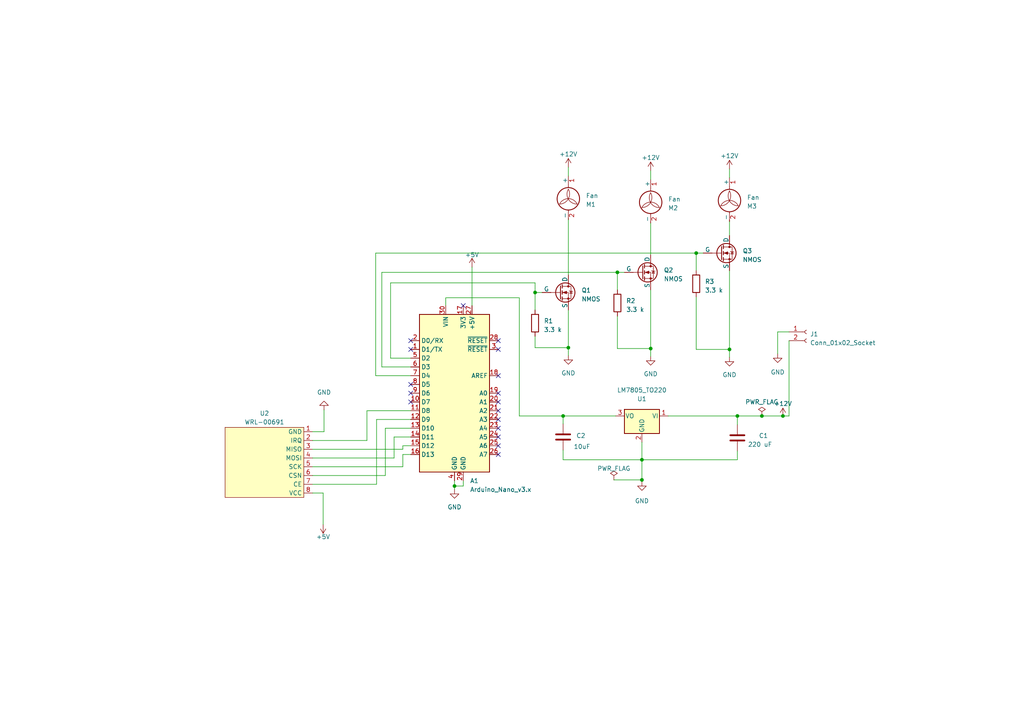
<source format=kicad_sch>
(kicad_sch (version 20230121) (generator eeschema)
  (paper "A4")
  (title_block (title "Caress Module PCB") (date "2023-07-19") (rev "2") (company "NeuroSense") (comment 1 "NeuroTechs Research Group") (comment 2 "Designed by Luke Cepza"))
  (lib_symbols
    (symbol "Connector:Conn_01x02_Socket" (pin_names (offset 1.016) hide)
      (property "Reference" "J" (at 0 2.54 0))
      (property "Value" "Conn_01x02_Socket" (at 0 -5.08 0))
      (symbol "Conn_01x02_Socket_1_1"
        (arc (start 0 -2.032) (mid -0.5058 -2.54) (end 0 -3.048) (stroke (width 0.1524)))
        (polyline (pts (xy -1.27 -2.54) (xy -0.508 -2.54)) (stroke (width 0.1524)))
        (polyline (pts (xy -1.27 0) (xy -0.508 0)) (stroke (width 0.1524)))
        (arc (start 0 0.508) (mid -0.5058 0) (end 0 -0.508) (stroke (width 0.1524)))
        (pin passive line (at -5.08 0 0) (length 3.81) (name "Pin_1") (number "1"))
        (pin passive line (at -5.08 -2.54 0) (length 3.81) (name "Pin_2") (number "2"))
      )
    )
    (symbol "Device:C" (pin_numbers hide) (pin_names (offset 0.254))
      (property "Reference" "C" (at 0.635 2.54 0))
      (property "Value" "C" (at 0.635 -2.54 0))
      (symbol "C_0_1"
        (polyline (pts (xy -2.032 -0.762) (xy 2.032 -0.762)) (stroke (width 0.508)))
        (polyline (pts (xy -2.032 0.762) (xy 2.032 0.762)) (stroke (width 0.508)))
      )
      (symbol "C_1_1"
        (pin passive line (at 0 3.81 270) (length 2.794) (name "~") (number "1"))
        (pin passive line (at 0 -3.81 90) (length 2.794) (name "~") (number "2"))
      )
    )
    (symbol "Device:R" (pin_numbers hide) (pin_names (offset 0))
      (property "Reference" "R" (at 2.032 0 90))
      (property "Value" "R" (at 0 0 90))
      (symbol "R_0_1"
        (rectangle (start -1.016 -2.54) (end 1.016 2.54) (stroke (width 0.254)))
      )
      (symbol "R_1_1"
        (pin passive line (at 0 3.81 270) (length 1.27) (name "~") (number "1"))
        (pin passive line (at 0 -3.81 90) (length 1.27) (name "~") (number "2"))
      )
    )
    (symbol "MCU_Module:Arduino_Nano_v3.x"
      (property "Reference" "A" (at -10.16 23.495 0))
      (property "Value" "Arduino_Nano_v3.x" (at 5.08 -24.13 0))
      (symbol "Arduino_Nano_v3.x_0_1"
        (rectangle (start -10.16 22.86) (end 10.16 -22.86) (stroke (width 0.254)) (fill (type background)))
      )
      (symbol "Arduino_Nano_v3.x_1_1"
        (pin bidirectional line (at -12.7 12.7 0) (length 2.54) (name "D1/TX") (number "1"))
        (pin bidirectional line (at -12.7 -2.54 0) (length 2.54) (name "D7") (number "10"))
        (pin bidirectional line (at -12.7 -5.08 0) (length 2.54) (name "D8") (number "11"))
        (pin bidirectional line (at -12.7 -7.62 0) (length 2.54) (name "D9") (number "12"))
        (pin bidirectional line (at -12.7 -10.16 0) (length 2.54) (name "D10") (number "13"))
        (pin bidirectional line (at -12.7 -12.7 0) (length 2.54) (name "D11") (number "14"))
        (pin bidirectional line (at -12.7 -15.24 0) (length 2.54) (name "D12") (number "15"))
        (pin bidirectional line (at -12.7 -17.78 0) (length 2.54) (name "D13") (number "16"))
        (pin power_out line (at 2.54 25.4 270) (length 2.54) (name "3V3") (number "17"))
        (pin input line (at 12.7 5.08 180) (length 2.54) (name "AREF") (number "18"))
        (pin bidirectional line (at 12.7 0 180) (length 2.54) (name "A0") (number "19"))
        (pin bidirectional line (at -12.7 15.24 0) (length 2.54) (name "D0/RX") (number "2"))
        (pin bidirectional line (at 12.7 -2.54 180) (length 2.54) (name "A1") (number "20"))
        (pin bidirectional line (at 12.7 -5.08 180) (length 2.54) (name "A2") (number "21"))
        (pin bidirectional line (at 12.7 -7.62 180) (length 2.54) (name "A3") (number "22"))
        (pin bidirectional line (at 12.7 -10.16 180) (length 2.54) (name "A4") (number "23"))
        (pin bidirectional line (at 12.7 -12.7 180) (length 2.54) (name "A5") (number "24"))
        (pin bidirectional line (at 12.7 -15.24 180) (length 2.54) (name "A6") (number "25"))
        (pin bidirectional line (at 12.7 -17.78 180) (length 2.54) (name "A7") (number "26"))
        (pin power_out line (at 5.08 25.4 270) (length 2.54) (name "+5V") (number "27"))
        (pin input line (at 12.7 15.24 180) (length 2.54) (name "~{RESET}") (number "28"))
        (pin power_in line (at 2.54 -25.4 90) (length 2.54) (name "GND") (number "29"))
        (pin input line (at 12.7 12.7 180) (length 2.54) (name "~{RESET}") (number "3"))
        (pin power_in line (at -2.54 25.4 270) (length 2.54) (name "VIN") (number "30"))
        (pin power_in line (at 0 -25.4 90) (length 2.54) (name "GND") (number "4"))
        (pin bidirectional line (at -12.7 10.16 0) (length 2.54) (name "D2") (number "5"))
        (pin bidirectional line (at -12.7 7.62 0) (length 2.54) (name "D3") (number "6"))
        (pin bidirectional line (at -12.7 5.08 0) (length 2.54) (name "D4") (number "7"))
        (pin bidirectional line (at -12.7 2.54 0) (length 2.54) (name "D5") (number "8"))
        (pin bidirectional line (at -12.7 0 0) (length 2.54) (name "D6") (number "9"))
      )
    )
    (symbol "Motor:Fan" (pin_names (offset 0))
      (property "Reference" "M" (at 2.54 5.08 0))
      (property "Value" "Fan" (at 2.54 -2.54 0))
      (symbol "Fan_0_1"
        (arc (start -2.54 -0.508) (mid 0.0028 0.9121) (end 0 3.81))
        (polyline (pts (xy 0 -5.08) (xy 0 -4.572)))
        (polyline (pts (xy 0 -2.2352) (xy 0 -2.6416)))
        (polyline (pts (xy 0 4.2672) (xy 0 4.6228)))
        (polyline (pts (xy 0 4.572) (xy 0 5.08)))
        (circle (center 0 1.016) (radius 3.2512) (stroke (width 0.254)))
        (arc (start 0 3.81) (mid 0.053 0.921) (end 2.54 -0.508))
        (arc (start 2.54 -0.508) (mid 0 1.0618) (end -2.54 -0.508))
      )
      (symbol "Fan_1_1"
        (pin passive line (at 0 7.62 270) (length 2.54) (name "+") (number "1"))
        (pin passive line (at 0 -5.08 90) (length 2.54) (name "-") (number "2"))
      )
    )
    (symbol "Regulator_Linear:LM7805_TO220" (pin_names (offset 0.254))
      (property "Reference" "U" (at -3.81 3.175 0))
      (property "Value" "LM7805_TO220" (at 0 3.175 0))
      (symbol "LM7805_TO220_0_1"
        (rectangle (start -5.08 1.905) (end 5.08 -5.08) (stroke (width 0.254)) (fill (type background)))
      )
      (symbol "LM7805_TO220_1_1"
        (pin power_in line (at -7.62 0 0) (length 2.54) (name "VI") (number "1"))
        (pin power_in line (at 0 -7.62 90) (length 2.54) (name "GND") (number "2"))
        (pin power_out line (at 7.62 0 180) (length 2.54) (name "VO") (number "3"))
      )
    )
    (symbol "Simulation_SPICE:NMOS" (pin_numbers hide) (pin_names (offset 0))
      (property "Reference" "Q" (at 5.08 1.27 0))
      (property "Value" "NMOS" (at 5.08 -1.27 0))
      (symbol "NMOS_0_1"
        (polyline (pts (xy 0.254 0) (xy -2.54 0)))
        (polyline (pts (xy 0.254 1.905) (xy 0.254 -1.905)) (stroke (width 0.254)))
        (polyline (pts (xy 0.762 -1.27) (xy 0.762 -2.286)) (stroke (width 0.254)))
        (polyline (pts (xy 0.762 0.508) (xy 0.762 -0.508)) (stroke (width 0.254)))
        (polyline (pts (xy 0.762 2.286) (xy 0.762 1.27)) (stroke (width 0.254)))
        (polyline (pts (xy 2.54 2.54) (xy 2.54 1.778)))
        (polyline (pts (xy 2.54 -2.54) (xy 2.54 0) (xy 0.762 0)))
        (polyline (pts (xy 0.762 -1.778) (xy 3.302 -1.778) (xy 3.302 1.778) (xy 0.762 1.778)))
        (polyline (pts (xy 1.016 0) (xy 2.032 0.381) (xy 2.032 -0.381) (xy 1.016 0)) (fill (type outline)))
        (polyline (pts (xy 2.794 0.508) (xy 2.921 0.381) (xy 3.683 0.381) (xy 3.81 0.254)))
        (polyline (pts (xy 3.302 0.381) (xy 2.921 -0.254) (xy 3.683 -0.254) (xy 3.302 0.381)))
        (circle (center 1.651 0) (radius 2.794) (stroke (width 0.254)))
        (circle (center 2.54 -1.778) (radius 0.254) (fill (type outline)))
        (circle (center 2.54 1.778) (radius 0.254) (fill (type outline)))
      )
      (symbol "NMOS_1_1"
        (pin passive line (at 2.54 5.08 270) (length 2.54) (name "D") (number "1"))
        (pin input line (at -5.08 0 0) (length 2.54) (name "G") (number "2"))
        (pin passive line (at 2.54 -5.08 90) (length 2.54) (name "S") (number "3"))
      )
    )
    (symbol "md:WRL-00691"
      (property "Reference" "U" (at 0 11.43 0))
      (property "Value" "WRL-00691" (at 0 -12.7 0))
      (symbol "WRL-00691_0_1"
        (rectangle (start -16.51 10.16) (end 6.35 -10.16) (fill (type background)))
      )
      (symbol "WRL-00691_1_1"
        (pin input line (at 8.89 8.89 180) (length 2.54) (name "GND") (number "1"))
        (pin input line (at 8.89 6.35 180) (length 2.54) (name "IRQ") (number "2"))
        (pin input line (at 8.89 3.81 180) (length 2.54) (name "MISO") (number "3"))
        (pin input line (at 8.89 1.27 180) (length 2.54) (name "MOSI") (number "4"))
        (pin input line (at 8.89 -1.27 180) (length 2.54) (name "SCK") (number "5"))
        (pin input line (at 8.89 -3.81 180) (length 2.54) (name "CSN") (number "6"))
        (pin input line (at 8.89 -6.35 180) (length 2.54) (name "CE") (number "7"))
        (pin input line (at 8.89 -8.89 180) (length 2.54) (name "VCC") (number "8"))
      )
    )
    (symbol "power:+12V" (power) (pin_names (offset 0))
      (property "Value" "+12V" (at 0 3.556 0))
      (symbol "+12V_0_1"
        (polyline (pts (xy -0.762 1.27) (xy 0 2.54)))
        (polyline (pts (xy 0 0) (xy 0 2.54)))
        (polyline (pts (xy 0 2.54) (xy 0.762 1.27)))
      )
      (symbol "+12V_1_1"
        (pin power_in line (at 0 0 90) (length 0) hide (name "+12V") (number "1"))
      )
    )
    (symbol "power:+5V" (power) (pin_names (offset 0))
      (property "Value" "+5V" (at 0 3.556 0))
      (symbol "+5V_0_1"
        (polyline (pts (xy -0.762 1.27) (xy 0 2.54)))
        (polyline (pts (xy 0 0) (xy 0 2.54)))
        (polyline (pts (xy 0 2.54) (xy 0.762 1.27)))
      )
      (symbol "+5V_1_1"
        (pin power_in line (at 0 0 90) (length 0) hide (name "+5V") (number "1"))
      )
    )
    (symbol "power:GND" (power) (pin_names (offset 0))
      (property "Value" "GND" (at 0 -3.81 0))
      (symbol "GND_0_1"
        (polyline (pts (xy 0 0) (xy 0 -1.27) (xy 1.27 -1.27) (xy 0 -2.54) (xy -1.27 -1.27) (xy 0 -1.27)))
      )
      (symbol "GND_1_1"
        (pin power_in line (at 0 0 270) (length 0) hide (name "GND") (number "1"))
      )
    )
    (symbol "power:PWR_FLAG" (power) (pin_numbers hide) (pin_names (offset 0) hide)
      (property "Value" "PWR_FLAG" (at 0 3.81 0))
      (symbol "PWR_FLAG_0_0"
        (pin power_out line (at 0 0 90) (length 0) (name "pwr") (number "1"))
      )
      (symbol "PWR_FLAG_0_1"
        (polyline (pts (xy 0 0) (xy 0 1.27) (xy -1.016 1.905) (xy 0 2.54) (xy 1.016 1.905) (xy 0 1.27)))
      )
    )
  )
  (junction (at 155.194 84.836))
  (junction (at 164.846 100.838))
  (junction (at 131.826 140.97))
  (junction (at 227.076 120.65))
  (junction (at 213.868 120.65))
  (junction (at 201.93 73.406))
  (junction (at 188.722 101.092))
  (junction (at 186.182 139.192))
  (junction (at 211.582 101.346))
  (junction (at 220.98 120.65))
  (junction (at 186.182 133.35))
  (junction (at 179.07 78.994))
  (junction (at 163.322 120.65))
  (no_connect (at 144.526 114.046))
  (no_connect (at 144.526 129.286))
  (no_connect (at 144.526 121.666))
  (no_connect (at 144.526 98.806))
  (no_connect (at 119.126 101.346))
  (no_connect (at 119.126 111.506))
  (no_connect (at 134.366 88.646))
  (no_connect (at 144.526 124.206))
  (no_connect (at 119.126 98.806))
  (no_connect (at 144.526 119.126))
  (no_connect (at 119.126 116.586))
  (no_connect (at 144.526 116.586))
  (no_connect (at 144.526 108.966))
  (no_connect (at 144.526 131.826))
  (no_connect (at 144.526 101.346))
  (no_connect (at 119.126 114.046))
  (no_connect (at 144.526 126.746))
  (wire (pts (xy 186.182 128.27) (xy 186.182 133.35)))
  (wire (pts (xy 111.76 137.922) (xy 111.76 124.206)))
  (wire (pts (xy 90.678 140.462) (xy 109.22 140.462)))
  (wire (pts (xy 201.93 73.406) (xy 201.93 78.486)))
  (wire (pts (xy 179.07 91.694) (xy 179.07 101.092)))
  (wire (pts (xy 213.868 120.65) (xy 220.98 120.65)))
  (wire (pts (xy 228.854 98.806) (xy 228.854 120.65)))
  (wire (pts (xy 150.622 86.36) (xy 150.622 120.65)))
  (wire (pts (xy 193.802 120.65) (xy 213.868 120.65)))
  (wire (pts (xy 164.846 63.754) (xy 164.846 79.756)))
  (wire (pts (xy 90.678 137.922) (xy 111.76 137.922)))
  (wire (pts (xy 90.678 132.842) (xy 114.3 132.842)))
  (wire (pts (xy 178.054 139.192) (xy 186.182 139.192)))
  (wire (pts (xy 164.846 100.838) (xy 164.846 89.916)))
  (wire (pts (xy 119.126 103.886) (xy 113.284 103.886)))
  (wire (pts (xy 188.722 84.074) (xy 188.722 101.092)))
  (wire (pts (xy 201.93 86.106) (xy 201.93 101.346)))
  (wire (pts (xy 211.582 101.346) (xy 211.582 103.632)))
  (wire (pts (xy 164.846 100.838) (xy 164.846 103.124)))
  (wire (pts (xy 164.846 48.514) (xy 164.846 51.054)))
  (wire (pts (xy 186.182 133.35) (xy 213.868 133.35)))
  (wire (pts (xy 116.84 131.826) (xy 119.126 131.826)))
  (wire (pts (xy 228.854 120.65) (xy 227.076 120.65)))
  (wire (pts (xy 163.322 120.65) (xy 178.562 120.65)))
  (wire (pts (xy 150.622 120.65) (xy 163.322 120.65)))
  (wire (pts (xy 116.84 135.382) (xy 116.84 131.826)))
  (wire (pts (xy 228.854 96.266) (xy 225.552 96.266)))
  (wire (pts (xy 90.678 143.002) (xy 93.726 143.002)))
  (wire (pts (xy 186.182 133.35) (xy 186.182 139.192)))
  (wire (pts (xy 114.3 132.842) (xy 114.3 126.746)))
  (wire (pts (xy 179.07 78.994) (xy 179.07 84.074)))
  (wire (pts (xy 213.868 120.65) (xy 213.868 123.19)))
  (wire (pts (xy 211.582 78.486) (xy 211.582 101.346)))
  (wire (pts (xy 155.194 82.042) (xy 155.194 84.836)))
  (wire (pts (xy 163.322 130.556) (xy 163.322 133.35)))
  (wire (pts (xy 129.286 88.646) (xy 129.286 86.36)))
  (wire (pts (xy 179.07 78.994) (xy 181.102 78.994)))
  (wire (pts (xy 116.84 129.286) (xy 119.126 129.286)))
  (wire (pts (xy 109.22 140.462) (xy 109.22 121.666)))
  (wire (pts (xy 213.868 130.81) (xy 213.868 133.35)))
  (wire (pts (xy 188.722 49.53) (xy 188.722 52.07)))
  (wire (pts (xy 106.426 119.126) (xy 106.426 127.762)))
  (wire (pts (xy 163.322 133.35) (xy 186.182 133.35)))
  (wire (pts (xy 111.76 124.206) (xy 119.126 124.206)))
  (wire (pts (xy 155.194 97.536) (xy 155.194 100.838)))
  (wire (pts (xy 188.722 101.092) (xy 188.722 103.378)))
  (wire (pts (xy 155.194 84.836) (xy 155.194 89.916)))
  (wire (pts (xy 110.744 106.426) (xy 119.126 106.426)))
  (wire (pts (xy 131.826 140.97) (xy 131.826 139.446)))
  (wire (pts (xy 90.678 130.302) (xy 116.84 130.302)))
  (wire (pts (xy 90.678 135.382) (xy 116.84 135.382)))
  (wire (pts (xy 163.322 120.65) (xy 163.322 122.936)))
  (wire (pts (xy 93.98 125.222) (xy 93.98 118.872)))
  (wire (pts (xy 110.744 78.994) (xy 110.744 106.426)))
  (wire (pts (xy 109.22 121.666) (xy 119.126 121.666)))
  (wire (pts (xy 220.98 120.65) (xy 227.076 120.65)))
  (wire (pts (xy 106.426 127.762) (xy 90.678 127.762)))
  (wire (pts (xy 90.678 125.222) (xy 93.98 125.222)))
  (wire (pts (xy 131.826 140.97) (xy 134.366 140.97)))
  (wire (pts (xy 119.126 119.126) (xy 106.426 119.126)))
  (wire (pts (xy 108.966 73.406) (xy 108.966 108.966)))
  (wire (pts (xy 211.582 49.022) (xy 211.582 51.562)))
  (wire (pts (xy 93.726 143.002) (xy 93.726 152.146)))
  (wire (pts (xy 108.966 108.966) (xy 119.126 108.966)))
  (wire (pts (xy 110.744 78.994) (xy 179.07 78.994)))
  (wire (pts (xy 116.84 130.302) (xy 116.84 129.286)))
  (wire (pts (xy 225.552 96.266) (xy 225.552 102.616)))
  (wire (pts (xy 179.07 101.092) (xy 188.722 101.092)))
  (wire (pts (xy 227.076 120.65) (xy 227.076 120.904)))
  (wire (pts (xy 201.93 101.346) (xy 211.582 101.346)))
  (wire (pts (xy 113.284 82.042) (xy 155.194 82.042)))
  (wire (pts (xy 186.182 139.192) (xy 186.182 139.7)))
  (wire (pts (xy 155.194 100.838) (xy 164.846 100.838)))
  (wire (pts (xy 188.722 64.77) (xy 188.722 73.914)))
  (wire (pts (xy 201.93 73.406) (xy 203.962 73.406)))
  (wire (pts (xy 134.366 140.97) (xy 134.366 139.446)))
  (wire (pts (xy 113.284 103.886) (xy 113.284 82.042)))
  (wire (pts (xy 108.966 73.406) (xy 201.93 73.406)))
  (wire (pts (xy 136.906 88.646) (xy 136.906 77.47)))
  (wire (pts (xy 129.286 86.36) (xy 150.622 86.36)))
  (wire (pts (xy 157.226 84.836) (xy 155.194 84.836)))
  (wire (pts (xy 114.3 126.746) (xy 119.126 126.746)))
  (wire (pts (xy 211.582 64.262) (xy 211.582 68.326)))
  (wire (pts (xy 131.826 141.986) (xy 131.826 140.97)))
  (symbol (lib_id "Device:C") (at 163.322 126.746 0) (unit 1)
    (property "Reference" "C2" (at 167.132 126.365 0) (effects (justify left)))
    (property "Value" "10uF" (at 166.37 129.54 0) (effects (justify left)))
    (property "Footprint" "Capacitor_THT:C_Radial_D6.3mm_H5.0mm_P2.50mm" (effects hide))
  )
  (symbol (lib_id "Device:R") (at 201.93 82.296 0) (unit 1)
    (property "Reference" "R3" (at 204.47 81.661 0) (effects (justify left)))
    (property "Value" "3.3 k " (at 204.47 84.201 0) (effects (justify left)))
    (property "Footprint" "Resistor_THT:R_Axial_DIN0207_L6.3mm_D2.5mm_P10.16mm_Horizontal" (effects hide))
  )
  (symbol (lib_id "power:+12V") (at 211.582 49.022 0) (unit 1)
    (property "Reference" "#PWR09" (effects hide))
    (property "Value" "+12V" (at 211.582 45.212 0))
  )
  (symbol (lib_id "power:GND") (at 211.582 103.632 0) (unit 1)
    (property "Reference" "#PWR08" (effects hide))
    (property "Value" "GND" (at 211.582 108.712 0))
  )
  (symbol (lib_id "power:PWR_FLAG") (at 178.054 139.192 0) (unit 1)
    (property "Reference" "#FLG01" (effects hide))
    (property "Value" "PWR_FLAG" (at 178.054 135.89 0))
  )
  (symbol (lib_id "md:WRL-00691") (at 81.788 134.112 0) (unit 1)
    (property "Reference" "U2" (at 76.708 119.888 0))
    (property "Value" "WRL-00691" (at 76.708 122.428 0))
    (property "Footprint" "Mod:WRL-00691" (effects hide))
  )
  (symbol (lib_id "power:GND") (at 93.98 118.872 0) (mirror x) (unit 1)
    (property "Reference" "#PWR011" (effects hide))
    (property "Value" "GND" (at 93.98 113.792 0))
  )
  (symbol (lib_id "power:+5V") (at 136.906 77.47 0) (unit 1)
    (property "Reference" "#PWR04" (effects hide))
    (property "Value" "+5V" (at 136.906 73.914 0))
  )
  (symbol (lib_id "power:GND") (at 186.182 139.7 0) (unit 1)
    (property "Reference" "#PWR03" (effects hide))
    (property "Value" "GND" (at 186.182 145.288 0))
  )
  (symbol (lib_id "Connector:Conn_01x02_Socket") (at 233.934 96.266 0) (unit 1)
    (property "Reference" "J1" (at 234.95 96.901 0) (effects (justify left)))
    (property "Value" "Conn_01x02_Socket" (at 234.95 99.441 0) (effects (justify left)))
    (property "Footprint" "Connector_PinSocket_2.54mm:PinSocket_1x02_P2.54mm_Vertical" (effects hide))
  )
  (symbol (lib_id "power:GND") (at 164.846 103.124 0) (unit 1)
    (property "Reference" "#PWR05" (effects hide))
    (property "Value" "GND" (at 164.846 108.204 0))
  )
  (symbol (lib_id "MCU_Module:Arduino_Nano_v3.x") (at 131.826 114.046 0) (unit 1)
    (property "Reference" "A1" (at 136.3219 139.446 0) (effects (justify left)))
    (property "Value" "Arduino_Nano_v3.x" (at 136.3219 141.986 0) (effects (justify left)))
    (property "Footprint" "Module:Arduino_Nano" (effects hide))
    (property "Datasheet" "http://www.mouser.com/pdfdocs/Gravitech_Arduino_Nano3_0.pdf" (effects hide))
  )
  (symbol (lib_id "power:GND") (at 225.552 102.616 0) (unit 1)
    (property "Reference" "#PWR013" (effects hide))
    (property "Value" "GND" (at 225.552 107.95 0))
  )
  (symbol (lib_id "power:+12V") (at 164.846 48.514 0) (unit 1)
    (property "Reference" "#PWR06" (effects hide))
    (property "Value" "+12V" (at 164.846 44.704 0))
  )
  (symbol (lib_id "Device:R") (at 155.194 93.726 0) (unit 1)
    (property "Reference" "R1" (at 157.734 93.091 0) (effects (justify left)))
    (property "Value" "3.3 k" (at 157.734 95.631 0) (effects (justify left)))
    (property "Footprint" "Resistor_THT:R_Axial_DIN0207_L6.3mm_D2.5mm_P10.16mm_Horizontal" (effects hide))
  )
  (symbol (lib_id "Motor:Fan") (at 164.846 58.674 0) (mirror y) (unit 1)
    (property "Reference" "M1" (at 169.926 59.309 0) (effects (justify right)))
    (property "Value" "Fan" (at 169.926 56.769 0) (effects (justify right)))
    (property "Footprint" "Connector_PinSocket_2.54mm:PinSocket_1x02_P2.54mm_Vertical" (effects hide))
  )
  (symbol (lib_id "Regulator_Linear:LM7805_TO220") (at 186.182 120.65 0) (mirror y) (unit 1)
    (property "Reference" "U1" (at 186.182 115.697 0))
    (property "Value" "LM7805_TO220" (at 186.182 113.157 0))
    (property "Footprint" "Package_TO_SOT_THT:TO-220-3_Vertical" (effects hide))
    (property "Datasheet" "https://www.onsemi.cn/PowerSolutions/document/MC7800-D.PDF" (effects hide))
  )
  (symbol (lib_id "power:PWR_FLAG") (at 220.98 120.65 0) (unit 1)
    (property "Reference" "#FLG02" (effects hide))
    (property "Value" "PWR_FLAG" (at 220.98 116.586 0))
  )
  (symbol (lib_id "power:+12V") (at 188.722 49.53 0) (unit 1)
    (property "Reference" "#PWR07" (effects hide))
    (property "Value" "+12V" (at 188.722 45.72 0))
  )
  (symbol (lib_id "power:+5V") (at 93.726 152.146 0) (mirror x) (unit 1)
    (property "Reference" "#PWR012" (effects hide))
    (property "Value" "+5V" (at 93.726 155.702 0))
  )
  (symbol (lib_id "Device:C") (at 213.868 127 0) (unit 1)
    (property "Reference" "C1" (at 220.091 126.365 0) (effects (justify left)))
    (property "Value" "220 uF" (at 216.916 128.905 0) (effects (justify left)))
    (property "Footprint" "Capacitor_THT:C_Radial_D6.3mm_H5.0mm_P2.50mm" (effects hide))
  )
  (symbol (lib_id "power:GND") (at 188.722 103.378 0) (unit 1)
    (property "Reference" "#PWR010" (effects hide))
    (property "Value" "GND" (at 188.722 108.458 0))
  )
  (symbol (lib_id "Motor:Fan") (at 211.582 59.182 0) (mirror y) (unit 1)
    (property "Reference" "M3" (at 216.662 59.817 0) (effects (justify right)))
    (property "Value" "Fan" (at 216.662 57.277 0) (effects (justify right)))
    (property "Footprint" "Connector_PinSocket_2.54mm:PinSocket_1x02_P2.54mm_Vertical" (effects hide))
  )
  (symbol (lib_id "Simulation_SPICE:NMOS") (at 162.306 84.836 0) (unit 1)
    (property "Reference" "Q1" (at 168.656 84.201 0) (effects (justify left)))
    (property "Value" "NMOS" (at 168.656 86.741 0) (effects (justify left)))
    (property "Footprint" "Package_TO_SOT_THT:TO-220-3_Vertical" (effects hide))
    (property "Datasheet" "https://ngspice.sourceforge.io/docs/ngspice-manual.pdf" (effects hide))
    (property "Sim.Device" "NMOS" (effects hide))
    (property "Sim.Type" "VDMOS" (effects hide))
    (property "Sim.Pins" "1=D 2=G 3=S" (effects hide))
  )
  (symbol (lib_id "Simulation_SPICE:NMOS") (at 209.042 73.406 0) (unit 1)
    (property "Reference" "Q3" (at 215.392 72.771 0) (effects (justify left)))
    (property "Value" "NMOS" (at 215.392 75.311 0) (effects (justify left)))
    (property "Footprint" "Package_TO_SOT_THT:TO-220-3_Vertical" (effects hide))
    (property "Datasheet" "https://ngspice.sourceforge.io/docs/ngspice-manual.pdf" (effects hide))
    (property "Sim.Device" "NMOS" (effects hide))
    (property "Sim.Type" "VDMOS" (effects hide))
    (property "Sim.Pins" "1=D 2=G 3=S" (effects hide))
  )
  (symbol (lib_id "Simulation_SPICE:NMOS") (at 186.182 78.994 0) (unit 1)
    (property "Reference" "Q2" (at 192.532 78.359 0) (effects (justify left)))
    (property "Value" "NMOS" (at 192.532 80.899 0) (effects (justify left)))
    (property "Footprint" "Package_TO_SOT_THT:TO-220-3_Vertical" (effects hide))
    (property "Datasheet" "https://ngspice.sourceforge.io/docs/ngspice-manual.pdf" (effects hide))
    (property "Sim.Device" "NMOS" (effects hide))
    (property "Sim.Type" "VDMOS" (effects hide))
    (property "Sim.Pins" "1=D 2=G 3=S" (effects hide))
  )
  (symbol (lib_id "power:GND") (at 131.826 141.986 0) (unit 1)
    (property "Reference" "#PWR01" (effects hide))
    (property "Value" "GND" (at 131.826 147.066 0))
  )
  (symbol (lib_id "Motor:Fan") (at 188.722 59.69 0) (mirror y) (unit 1)
    (property "Reference" "M2" (at 193.802 60.325 0) (effects (justify right)))
    (property "Value" "Fan" (at 193.802 57.785 0) (effects (justify right)))
    (property "Footprint" "Connector_PinSocket_2.54mm:PinSocket_1x02_P2.54mm_Vertical" (effects hide))
  )
  (symbol (lib_id "Device:R") (at 179.07 87.884 0) (unit 1)
    (property "Reference" "R2" (at 181.61 87.249 0) (effects (justify left)))
    (property "Value" "3.3 k" (at 181.61 89.789 0) (effects (justify left)))
    (property "Footprint" "Resistor_THT:R_Axial_DIN0207_L6.3mm_D2.5mm_P10.16mm_Horizontal" (effects hide))
  )
  (symbol (lib_id "power:+12V") (at 227.076 120.904 0) (unit 1)
    (property "Reference" "#PWR02" (effects hide))
    (property "Value" "+12V" (at 227.076 117.094 0))
  )
)
</source>
